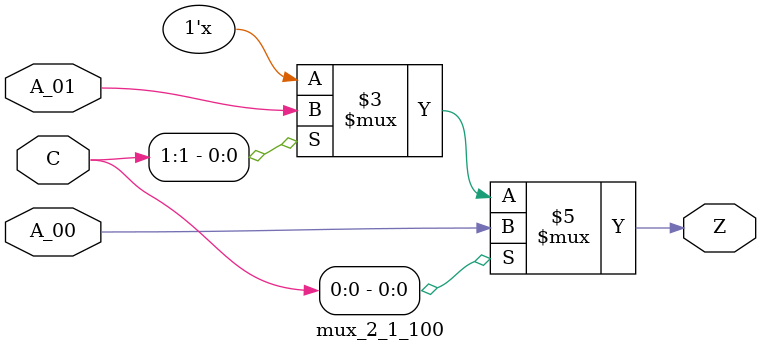
<source format=v>
module mux_2_1_100(C, A_00, A_01, Z);
    input [1 : 0] C;
    input A_00;
    input A_01;
    output reg Z;

  always @(*) begin
      case (1'b1)// pragma parallel_case
        C[0]: Z = A_00;
        C[1]: Z = A_01;
        default: Z = 'hX;
      endcase
  end
endmodule

</source>
